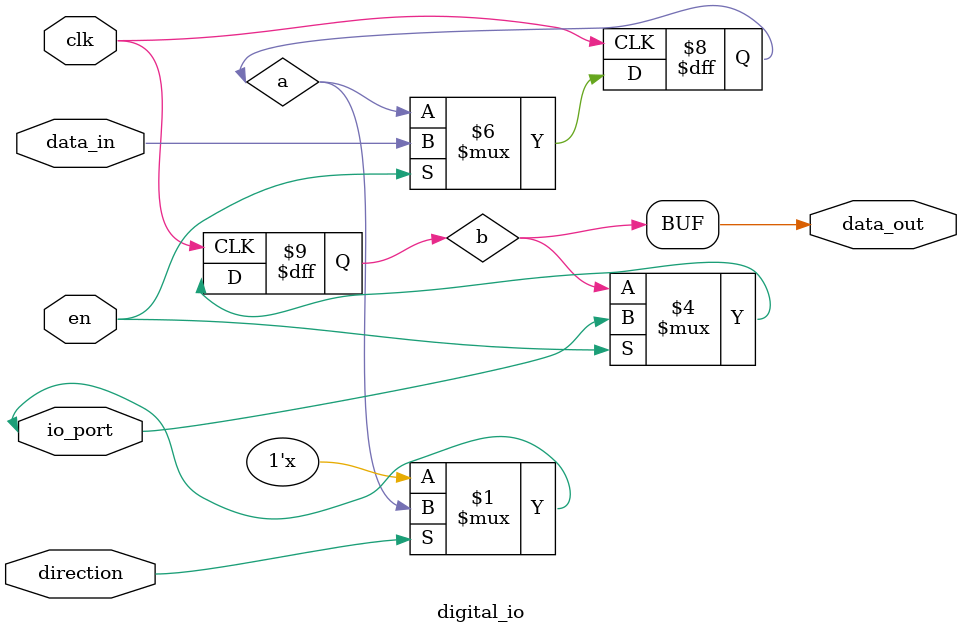
<source format=v>
module digital_io(clk, en, direction, data_in, data_out, io_port);


    input   clk;        // The standard clock    
    input   en;         // Enable signal
    input   direction;  // Direction of io, 1 = set output, 0 = read input
    input   data_in;    // Data to send out when direction is 1
    output  data_out;   // Result of input pin when direction is 0
    inout   io_port;     // The i/o port to send data through

    reg a, b;    

    assign io_port  = direction ? a : 1'bz;
    assign data_out = b;

    initial begin
        a = 1'dz;
        b = 1'dz;
    end

    always @ (negedge clk)
    begin
        if(en) begin
            b <= io_port;
            a <= data_in;
        end
    end
endmodule
</source>
